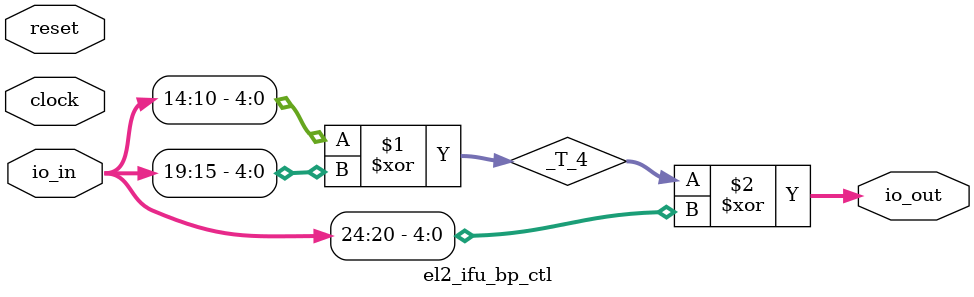
<source format=v>
module el2_ifu_bp_ctl(
  input         clock,
  input         reset,
  input  [31:0] io_in,
  output [4:0]  io_out
);
  wire [4:0] _T_4 = io_in[14:10] ^ io_in[19:15]; // @[el2_lib.scala 18:113]
  assign io_out = _T_4 ^ io_in[24:20]; // @[el2_ifu_bp_ctl.scala 12:10]
endmodule

</source>
